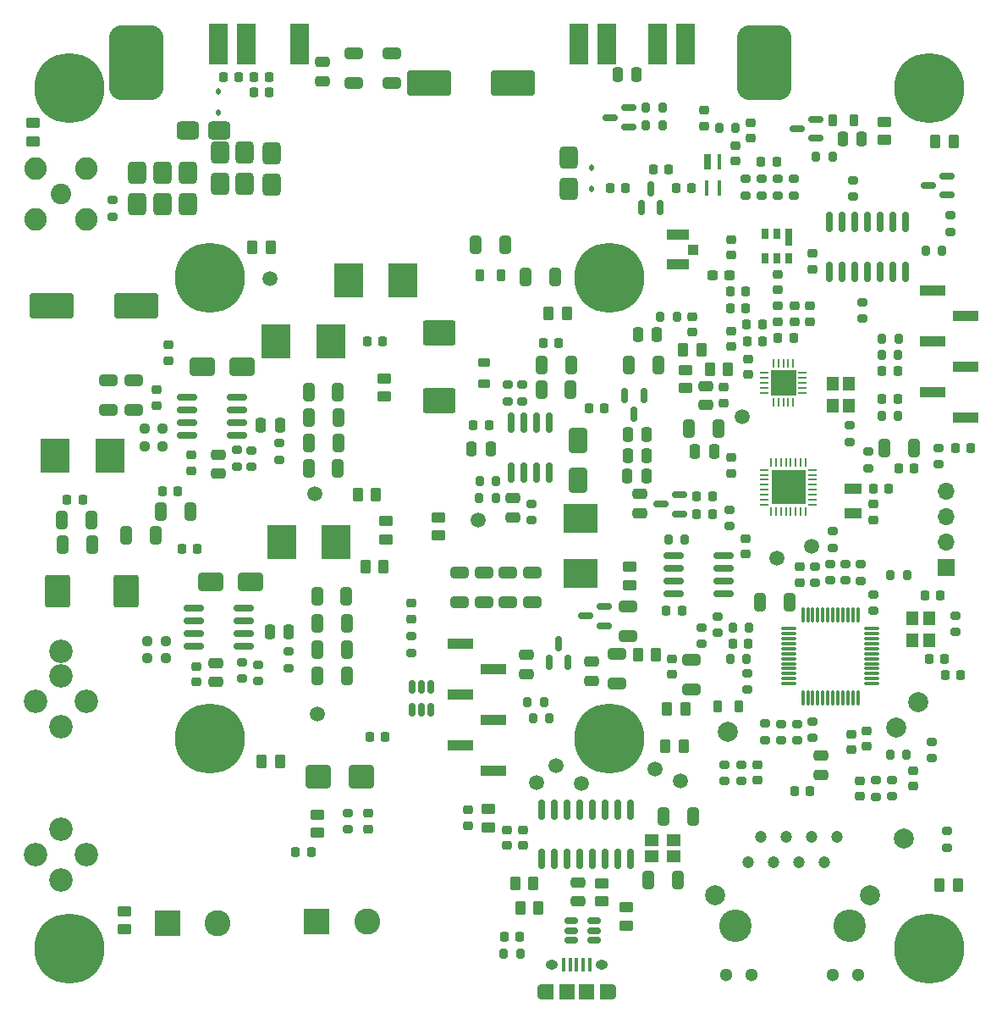
<source format=gts>
G04 #@! TF.GenerationSoftware,KiCad,Pcbnew,7.0.6-7.0.6~ubuntu22.04.1*
G04 #@! TF.CreationDate,2023-07-26T21:33:09+03:00*
G04 #@! TF.ProjectId,TACNPR,5441434e-5052-42e6-9b69-6361645f7063,rev?*
G04 #@! TF.SameCoordinates,Original*
G04 #@! TF.FileFunction,Soldermask,Top*
G04 #@! TF.FilePolarity,Negative*
%FSLAX46Y46*%
G04 Gerber Fmt 4.6, Leading zero omitted, Abs format (unit mm)*
G04 Created by KiCad (PCBNEW 7.0.6-7.0.6~ubuntu22.04.1) date 2023-07-26 21:33:09*
%MOMM*%
%LPD*%
G01*
G04 APERTURE LIST*
G04 Aperture macros list*
%AMRoundRect*
0 Rectangle with rounded corners*
0 $1 Rounding radius*
0 $2 $3 $4 $5 $6 $7 $8 $9 X,Y pos of 4 corners*
0 Add a 4 corners polygon primitive as box body*
4,1,4,$2,$3,$4,$5,$6,$7,$8,$9,$2,$3,0*
0 Add four circle primitives for the rounded corners*
1,1,$1+$1,$2,$3*
1,1,$1+$1,$4,$5*
1,1,$1+$1,$6,$7*
1,1,$1+$1,$8,$9*
0 Add four rect primitives between the rounded corners*
20,1,$1+$1,$2,$3,$4,$5,0*
20,1,$1+$1,$4,$5,$6,$7,0*
20,1,$1+$1,$6,$7,$8,$9,0*
20,1,$1+$1,$8,$9,$2,$3,0*%
%AMFreePoly0*
4,1,5,0.900000,-2.000000,-0.900000,-2.000000,-0.900000,2.000000,0.900000,2.000000,0.900000,-2.000000,0.900000,-2.000000,$1*%
G04 Aperture macros list end*
%ADD10RoundRect,0.225000X-0.225000X-0.250000X0.225000X-0.250000X0.225000X0.250000X-0.225000X0.250000X0*%
%ADD11RoundRect,0.200000X0.275000X-0.200000X0.275000X0.200000X-0.275000X0.200000X-0.275000X-0.200000X0*%
%ADD12RoundRect,0.150000X0.825000X0.150000X-0.825000X0.150000X-0.825000X-0.150000X0.825000X-0.150000X0*%
%ADD13RoundRect,0.225000X0.250000X-0.225000X0.250000X0.225000X-0.250000X0.225000X-0.250000X-0.225000X0*%
%ADD14C,1.500000*%
%ADD15R,2.950000X3.500000*%
%ADD16RoundRect,0.250000X-0.325000X-0.650000X0.325000X-0.650000X0.325000X0.650000X-0.325000X0.650000X0*%
%ADD17RoundRect,0.250000X0.650000X-0.325000X0.650000X0.325000X-0.650000X0.325000X-0.650000X-0.325000X0*%
%ADD18RoundRect,0.225000X-0.250000X0.225000X-0.250000X-0.225000X0.250000X-0.225000X0.250000X0.225000X0*%
%ADD19RoundRect,0.250000X-0.475000X0.250000X-0.475000X-0.250000X0.475000X-0.250000X0.475000X0.250000X0*%
%ADD20RoundRect,0.250000X1.000000X0.650000X-1.000000X0.650000X-1.000000X-0.650000X1.000000X-0.650000X0*%
%ADD21RoundRect,0.237500X0.250000X0.237500X-0.250000X0.237500X-0.250000X-0.237500X0.250000X-0.237500X0*%
%ADD22RoundRect,0.200000X-0.275000X0.200000X-0.275000X-0.200000X0.275000X-0.200000X0.275000X0.200000X0*%
%ADD23RoundRect,0.150000X-0.825000X-0.150000X0.825000X-0.150000X0.825000X0.150000X-0.825000X0.150000X0*%
%ADD24RoundRect,0.250000X0.325000X0.650000X-0.325000X0.650000X-0.325000X-0.650000X0.325000X-0.650000X0*%
%ADD25C,3.900000*%
%ADD26C,7.000000*%
%ADD27RoundRect,0.250000X0.250000X0.475000X-0.250000X0.475000X-0.250000X-0.475000X0.250000X-0.475000X0*%
%ADD28RoundRect,0.225000X0.225000X0.250000X-0.225000X0.250000X-0.225000X-0.250000X0.225000X-0.250000X0*%
%ADD29R,3.500000X2.950000*%
%ADD30RoundRect,0.150000X-0.150000X0.825000X-0.150000X-0.825000X0.150000X-0.825000X0.150000X0.825000X0*%
%ADD31RoundRect,0.200000X0.200000X0.275000X-0.200000X0.275000X-0.200000X-0.275000X0.200000X-0.275000X0*%
%ADD32RoundRect,0.200000X-0.200000X-0.275000X0.200000X-0.275000X0.200000X0.275000X-0.200000X0.275000X0*%
%ADD33RoundRect,0.237500X-0.250000X-0.237500X0.250000X-0.237500X0.250000X0.237500X-0.250000X0.237500X0*%
%ADD34RoundRect,0.250000X0.450000X-0.262500X0.450000X0.262500X-0.450000X0.262500X-0.450000X-0.262500X0*%
%ADD35RoundRect,0.150000X0.150000X-0.512500X0.150000X0.512500X-0.150000X0.512500X-0.150000X-0.512500X0*%
%ADD36RoundRect,0.250000X-1.950000X-1.000000X1.950000X-1.000000X1.950000X1.000000X-1.950000X1.000000X0*%
%ADD37RoundRect,0.250000X-0.250000X-0.475000X0.250000X-0.475000X0.250000X0.475000X-0.250000X0.475000X0*%
%ADD38RoundRect,0.250000X-0.650000X0.325000X-0.650000X-0.325000X0.650000X-0.325000X0.650000X0.325000X0*%
%ADD39RoundRect,0.250000X0.650000X-1.000000X0.650000X1.000000X-0.650000X1.000000X-0.650000X-1.000000X0*%
%ADD40RoundRect,0.250000X0.262500X0.450000X-0.262500X0.450000X-0.262500X-0.450000X0.262500X-0.450000X0*%
%ADD41RoundRect,0.250000X-0.450000X0.262500X-0.450000X-0.262500X0.450000X-0.262500X0.450000X0.262500X0*%
%ADD42RoundRect,0.218750X-0.256250X0.218750X-0.256250X-0.218750X0.256250X-0.218750X0.256250X0.218750X0*%
%ADD43RoundRect,0.218750X0.256250X-0.218750X0.256250X0.218750X-0.256250X0.218750X-0.256250X-0.218750X0*%
%ADD44C,2.050000*%
%ADD45C,2.250000*%
%ADD46RoundRect,0.250000X0.475000X-0.250000X0.475000X0.250000X-0.475000X0.250000X-0.475000X-0.250000X0*%
%ADD47RoundRect,0.150000X0.587500X0.150000X-0.587500X0.150000X-0.587500X-0.150000X0.587500X-0.150000X0*%
%ADD48RoundRect,0.062500X-0.062500X0.362500X-0.062500X-0.362500X0.062500X-0.362500X0.062500X0.362500X0*%
%ADD49RoundRect,0.062500X-0.362500X0.062500X-0.362500X-0.062500X0.362500X-0.062500X0.362500X0.062500X0*%
%ADD50R,2.600000X2.600000*%
%ADD51FreePoly0,0.000000*%
%ADD52RoundRect,1.375000X-1.375000X-2.375000X1.375000X-2.375000X1.375000X2.375000X-1.375000X2.375000X0*%
%ADD53R,1.400000X1.150000*%
%ADD54RoundRect,0.150000X0.512500X0.150000X-0.512500X0.150000X-0.512500X-0.150000X0.512500X-0.150000X0*%
%ADD55RoundRect,0.150000X0.150000X-0.825000X0.150000X0.825000X-0.150000X0.825000X-0.150000X-0.825000X0*%
%ADD56R,1.700000X1.700000*%
%ADD57O,1.700000X1.700000*%
%ADD58RoundRect,0.218750X0.218750X0.256250X-0.218750X0.256250X-0.218750X-0.256250X0.218750X-0.256250X0*%
%ADD59RoundRect,0.250000X-0.262500X-0.450000X0.262500X-0.450000X0.262500X0.450000X-0.262500X0.450000X0*%
%ADD60RoundRect,0.218750X0.381250X-0.218750X0.381250X0.218750X-0.381250X0.218750X-0.381250X-0.218750X0*%
%ADD61RoundRect,0.340200X-0.559800X0.759800X-0.559800X-0.759800X0.559800X-0.759800X0.559800X0.759800X0*%
%ADD62RoundRect,0.112500X0.112500X-0.187500X0.112500X0.187500X-0.112500X0.187500X-0.112500X-0.187500X0*%
%ADD63RoundRect,0.218750X-0.218750X-0.256250X0.218750X-0.256250X0.218750X0.256250X-0.218750X0.256250X0*%
%ADD64RoundRect,0.150000X0.150000X-0.587500X0.150000X0.587500X-0.150000X0.587500X-0.150000X-0.587500X0*%
%ADD65C,2.600000*%
%ADD66R,2.510000X1.000000*%
%ADD67R,0.400000X1.500000*%
%ADD68R,0.770000X1.500000*%
%ADD69RoundRect,0.112500X-0.112500X0.187500X-0.112500X-0.187500X0.112500X-0.187500X0.112500X0.187500X0*%
%ADD70RoundRect,0.218750X-0.218750X-0.381250X0.218750X-0.381250X0.218750X0.381250X-0.218750X0.381250X0*%
%ADD71RoundRect,0.150000X-0.150000X0.587500X-0.150000X-0.587500X0.150000X-0.587500X0.150000X0.587500X0*%
%ADD72RoundRect,0.237500X0.300000X0.237500X-0.300000X0.237500X-0.300000X-0.237500X0.300000X-0.237500X0*%
%ADD73R,1.150000X1.400000*%
%ADD74R,0.650000X1.750000*%
%ADD75R,0.650000X1.000000*%
%ADD76RoundRect,0.218750X0.218750X0.381250X-0.218750X0.381250X-0.218750X-0.381250X0.218750X-0.381250X0*%
%ADD77RoundRect,0.250000X1.000000X-1.400000X1.000000X1.400000X-1.000000X1.400000X-1.000000X-1.400000X0*%
%ADD78RoundRect,0.250000X1.400000X1.000000X-1.400000X1.000000X-1.400000X-1.000000X1.400000X-1.000000X0*%
%ADD79RoundRect,0.340200X-0.759800X-0.559800X0.759800X-0.559800X0.759800X0.559800X-0.759800X0.559800X0*%
%ADD80RoundRect,0.340200X0.559800X-0.759800X0.559800X0.759800X-0.559800X0.759800X-0.559800X-0.759800X0*%
%ADD81R,1.050000X1.000000*%
%ADD82R,2.200000X1.050000*%
%ADD83C,2.350000*%
%ADD84R,0.400000X1.350000*%
%ADD85O,0.890000X1.550000*%
%ADD86R,1.200000X1.550000*%
%ADD87O,1.250000X0.950000*%
%ADD88R,1.500000X1.550000*%
%ADD89RoundRect,0.250000X-1.000000X-0.900000X1.000000X-0.900000X1.000000X0.900000X-1.000000X0.900000X0*%
%ADD90C,2.000000*%
%ADD91C,3.250000*%
%ADD92C,1.200000*%
%ADD93C,1.300000*%
%ADD94R,1.800000X1.000000*%
%ADD95RoundRect,0.062500X0.375000X0.062500X-0.375000X0.062500X-0.375000X-0.062500X0.375000X-0.062500X0*%
%ADD96RoundRect,0.062500X0.062500X0.375000X-0.062500X0.375000X-0.062500X-0.375000X0.062500X-0.375000X0*%
%ADD97R,3.450000X3.450000*%
%ADD98RoundRect,0.075000X-0.662500X-0.075000X0.662500X-0.075000X0.662500X0.075000X-0.662500X0.075000X0*%
%ADD99RoundRect,0.075000X-0.075000X-0.662500X0.075000X-0.662500X0.075000X0.662500X-0.075000X0.662500X0*%
%ADD100R,1.200000X1.400000*%
G04 APERTURE END LIST*
D10*
X155562000Y-95758000D03*
X157112000Y-95758000D03*
D11*
X172182000Y-89501000D03*
X172182000Y-87851000D03*
D12*
X161275800Y-94132400D03*
X161275800Y-92862400D03*
X161275800Y-91592400D03*
X161275800Y-90322400D03*
X156325800Y-90322400D03*
X156325800Y-91592400D03*
X156325800Y-92862400D03*
X156325800Y-94132400D03*
D13*
X162052000Y-82042000D03*
X162052000Y-80492000D03*
D14*
X166582000Y-90576000D03*
D15*
X94430000Y-80264000D03*
X99880000Y-80264000D03*
D16*
X95172000Y-89154000D03*
X98122000Y-89154000D03*
D17*
X99745800Y-75681100D03*
X99745800Y-72731100D03*
D13*
X104521000Y-75260500D03*
X104521000Y-73710500D03*
D18*
X108066840Y-80240840D03*
X108066840Y-81790840D03*
D19*
X110744000Y-80167440D03*
X110744000Y-82067440D03*
D16*
X143038300Y-73682860D03*
X145988300Y-73682860D03*
D20*
X113107220Y-71368920D03*
X109107220Y-71368920D03*
D21*
X105184580Y-79375000D03*
X103359580Y-79375000D03*
D22*
X116840000Y-79058000D03*
X116840000Y-80708000D03*
X112593120Y-79738720D03*
X112593120Y-81388720D03*
D23*
X107608600Y-74409300D03*
X107608600Y-75679300D03*
X107608600Y-76949300D03*
X107608600Y-78219300D03*
X112558600Y-78219300D03*
X112558600Y-76949300D03*
X112558600Y-75679300D03*
X112558600Y-74409300D03*
D15*
X116520380Y-68834000D03*
X121970380Y-68834000D03*
D24*
X122732060Y-78999080D03*
X119782060Y-78999080D03*
X122729520Y-76464160D03*
X119779520Y-76464160D03*
X122706660Y-81551780D03*
X119756660Y-81551780D03*
X122714280Y-73914000D03*
X119764280Y-73914000D03*
D25*
X95864000Y-43540000D03*
D26*
X95864000Y-43540000D03*
D25*
X95864000Y-129540000D03*
D26*
X95864000Y-129540000D03*
D25*
X109864000Y-108540000D03*
D26*
X109864000Y-108540000D03*
D19*
X140223240Y-84541320D03*
X140223240Y-86441320D03*
D27*
X137983000Y-79644240D03*
X136083000Y-79644240D03*
D11*
X141157960Y-74860920D03*
X141157960Y-73210920D03*
D28*
X137813080Y-77282040D03*
X136263080Y-77282040D03*
D22*
X139684760Y-73216000D03*
X139684760Y-74866000D03*
D29*
X146964400Y-86581400D03*
X146964400Y-92031400D03*
D10*
X143227760Y-69016880D03*
X144777760Y-69016880D03*
D30*
X143832580Y-77004140D03*
X142562580Y-77004140D03*
X141292580Y-77004140D03*
X140022580Y-77004140D03*
X140022580Y-81954140D03*
X141292580Y-81954140D03*
X142562580Y-81954140D03*
X143832580Y-81954140D03*
D16*
X143066240Y-71231760D03*
X146016240Y-71231760D03*
D31*
X138508240Y-82839560D03*
X136858240Y-82839560D03*
D32*
X136840460Y-84488020D03*
X138490460Y-84488020D03*
D25*
X149864000Y-62540000D03*
D26*
X149864000Y-62540000D03*
D25*
X181864000Y-129540000D03*
D26*
X181864000Y-129540000D03*
D17*
X102247700Y-75681100D03*
X102247700Y-72731100D03*
D33*
X103329100Y-77609700D03*
X105154100Y-77609700D03*
D34*
X120650000Y-118006500D03*
X120650000Y-116181500D03*
D32*
X141669000Y-104952800D03*
X143319000Y-104952800D03*
D35*
X130114000Y-105683900D03*
X131064000Y-105683900D03*
X132014000Y-105683900D03*
X132014000Y-103408900D03*
X131064000Y-103408900D03*
X130114000Y-103408900D03*
D36*
X94098000Y-65278000D03*
X102498000Y-65278000D03*
D25*
X109864000Y-62540000D03*
D26*
X109864000Y-62540000D03*
D25*
X149864000Y-108540000D03*
D26*
X149864000Y-108540000D03*
D22*
X130048000Y-98362000D03*
X130048000Y-100012000D03*
X113111280Y-100927400D03*
X113111280Y-102577400D03*
D11*
X114757200Y-102831400D03*
X114757200Y-101181400D03*
D10*
X105143000Y-83820000D03*
X106693000Y-83820000D03*
D18*
X108574840Y-101333000D03*
X108574840Y-102883000D03*
D28*
X108636100Y-89608660D03*
X107086100Y-89608660D03*
D24*
X123552480Y-94335600D03*
X120602480Y-94335600D03*
D37*
X115864600Y-97891600D03*
X117764600Y-97891600D03*
D19*
X110490000Y-101031000D03*
X110490000Y-102931000D03*
D24*
X123587300Y-99689920D03*
X120637300Y-99689920D03*
X123585500Y-102306120D03*
X120635500Y-102306120D03*
X104472000Y-88265000D03*
X101522000Y-88265000D03*
D16*
X104951000Y-85852000D03*
X107901000Y-85852000D03*
D24*
X123570260Y-97017840D03*
X120620260Y-97017840D03*
D20*
X113937800Y-92925900D03*
X109937800Y-92925900D03*
D33*
X103636440Y-98806000D03*
X105461440Y-98806000D03*
D22*
X117805200Y-99860600D03*
X117805200Y-101510600D03*
D15*
X117094000Y-88900000D03*
X122544000Y-88900000D03*
D23*
X108307100Y-95542100D03*
X108307100Y-96812100D03*
X108307100Y-98082100D03*
X108307100Y-99352100D03*
X113257100Y-99352100D03*
X113257100Y-98082100D03*
X113257100Y-96812100D03*
X113257100Y-95542100D03*
D21*
X105448740Y-100545900D03*
X103623740Y-100545900D03*
D28*
X160147600Y-86143800D03*
X158597600Y-86143800D03*
D11*
X142036800Y-86727800D03*
X142036800Y-85077800D03*
D34*
X127533400Y-88669500D03*
X127533400Y-86844500D03*
D38*
X134874000Y-91994460D03*
X134874000Y-94944460D03*
X137287000Y-91997000D03*
X137287000Y-94947000D03*
X142113000Y-91997000D03*
X142113000Y-94947000D03*
D37*
X115001000Y-77216000D03*
X116901000Y-77216000D03*
D28*
X149365000Y-75590400D03*
X147815000Y-75590400D03*
D10*
X125907500Y-108394500D03*
X127457500Y-108394500D03*
D17*
X124307600Y-43029400D03*
X124307600Y-40079400D03*
D39*
X146705320Y-82759300D03*
X146705320Y-78759300D03*
D38*
X139700000Y-92002080D03*
X139700000Y-94952080D03*
D11*
X114071400Y-81424280D03*
X114071400Y-79774280D03*
D16*
X95108500Y-86741000D03*
X98058500Y-86741000D03*
D40*
X126525660Y-84165440D03*
X124700660Y-84165440D03*
X127252100Y-91363800D03*
X125427100Y-91363800D03*
D41*
X132715000Y-86463500D03*
X132715000Y-88288500D03*
D42*
X130048000Y-95034000D03*
X130048000Y-96609000D03*
D43*
X125730000Y-117627500D03*
X125730000Y-116052500D03*
D18*
X162026600Y-67843100D03*
X162026600Y-69393100D03*
D44*
X94996000Y-54102000D03*
D45*
X92456000Y-56642000D03*
X97536000Y-56642000D03*
X92456000Y-51562000D03*
X97536000Y-51562000D03*
D46*
X159542480Y-75245000D03*
X159542480Y-73345000D03*
D22*
X123698000Y-116015000D03*
X123698000Y-117665000D03*
D37*
X150688000Y-42164000D03*
X152588000Y-42164000D03*
D15*
X129217000Y-62738000D03*
X123767000Y-62738000D03*
D19*
X148107000Y-100876000D03*
X148107000Y-102776000D03*
D38*
X151739600Y-95349800D03*
X151739600Y-98299800D03*
D37*
X158409600Y-79857600D03*
X160309600Y-79857600D03*
D16*
X157835600Y-77622400D03*
X160785600Y-77622400D03*
D47*
X149375100Y-97266800D03*
X149375100Y-95366800D03*
X147500100Y-96316800D03*
D48*
X168259000Y-71100000D03*
X167759000Y-71100000D03*
X167259000Y-71100000D03*
X166759000Y-71100000D03*
X166259000Y-71100000D03*
D49*
X165334000Y-72025000D03*
X165334000Y-72525000D03*
X165334000Y-73025000D03*
X165334000Y-73525000D03*
X165334000Y-74025000D03*
D48*
X166259000Y-74950000D03*
X166759000Y-74950000D03*
X167259000Y-74950000D03*
X167759000Y-74950000D03*
X168259000Y-74950000D03*
D49*
X169184000Y-74025000D03*
X169184000Y-73525000D03*
X169184000Y-73025000D03*
X169184000Y-72525000D03*
X169184000Y-72025000D03*
D50*
X167259000Y-73025000D03*
D13*
X161290000Y-75014120D03*
X161290000Y-73464120D03*
D51*
X110744000Y-39141400D03*
X113538000Y-39141400D03*
X118872000Y-39141400D03*
X146812000Y-39141400D03*
X149606000Y-39141400D03*
X154686000Y-39141400D03*
X157480000Y-39141400D03*
D52*
X102489000Y-41046400D03*
X165354000Y-41046400D03*
D13*
X141224000Y-119240600D03*
X141224000Y-117690600D03*
X139573000Y-119240600D03*
X139573000Y-117690600D03*
D19*
X141579600Y-100192800D03*
X141579600Y-102092800D03*
D32*
X142227800Y-106578400D03*
X143877800Y-106578400D03*
D38*
X150582000Y-100121000D03*
X150582000Y-103071000D03*
D53*
X156294000Y-118707000D03*
X154094000Y-118707000D03*
X154094000Y-120307000D03*
X156294000Y-120307000D03*
D54*
X148330500Y-128712000D03*
X148330500Y-127762000D03*
X148330500Y-126812000D03*
X146055500Y-126812000D03*
X146055500Y-127762000D03*
X146055500Y-128712000D03*
D16*
X153719000Y-122682000D03*
X156669000Y-122682000D03*
D55*
X143078200Y-120610400D03*
X144348200Y-120610400D03*
X145618200Y-120610400D03*
X146888200Y-120610400D03*
X148158200Y-120610400D03*
X149428200Y-120610400D03*
X150698200Y-120610400D03*
X151968200Y-120610400D03*
X151968200Y-115660400D03*
X150698200Y-115660400D03*
X149428200Y-115660400D03*
X148158200Y-115660400D03*
X146888200Y-115660400D03*
X145618200Y-115660400D03*
X144348200Y-115660400D03*
X143078200Y-115660400D03*
D41*
X151511000Y-125452500D03*
X151511000Y-127277500D03*
D56*
X183591200Y-91490800D03*
D57*
X183591200Y-88950800D03*
X183591200Y-86410800D03*
X183591200Y-83870800D03*
D13*
X135686800Y-117259400D03*
X135686800Y-115709400D03*
D58*
X140919200Y-128371600D03*
X139344200Y-128371600D03*
D32*
X139281400Y-130048000D03*
X140931400Y-130048000D03*
D14*
X142595600Y-112979200D03*
D46*
X146761200Y-124825800D03*
X146761200Y-122925800D03*
D14*
X147066000Y-113030000D03*
X144526000Y-111252000D03*
D59*
X140438500Y-123063000D03*
X142263500Y-123063000D03*
X140946500Y-125476000D03*
X142771500Y-125476000D03*
D16*
X155243000Y-116332000D03*
X158193000Y-116332000D03*
D41*
X149098000Y-123039500D03*
X149098000Y-124864500D03*
D14*
X163132000Y-76401000D03*
D60*
X137287000Y-73071500D03*
X137287000Y-70946500D03*
D28*
X127201000Y-68834000D03*
X125651000Y-68834000D03*
D36*
X131791600Y-43078400D03*
X140191600Y-43078400D03*
D61*
X102616000Y-52031500D03*
X102616000Y-55156500D03*
D14*
X120357000Y-84076000D03*
D10*
X95618000Y-84709000D03*
X97168000Y-84709000D03*
D18*
X105740200Y-69227400D03*
X105740200Y-70777400D03*
D31*
X157416000Y-88646000D03*
X155766000Y-88646000D03*
D62*
X110744000Y-46008000D03*
X110744000Y-43908000D03*
D58*
X112801500Y-42418000D03*
X111226500Y-42418000D03*
D41*
X151917400Y-91391100D03*
X151917400Y-93216100D03*
D14*
X115887500Y-62611000D03*
D63*
X177127200Y-74625200D03*
X178702200Y-74625200D03*
D43*
X163525200Y-90144700D03*
X163525200Y-88569700D03*
D11*
X161899600Y-87337400D03*
X161899600Y-85687400D03*
D64*
X143830000Y-100962700D03*
X145730000Y-100962700D03*
X144780000Y-99087700D03*
D58*
X178714600Y-71787050D03*
X177139600Y-71787050D03*
D32*
X177102100Y-70212250D03*
X178752100Y-70212250D03*
D18*
X163776660Y-70621860D03*
X163776660Y-72171860D03*
D47*
X183614300Y-54239200D03*
X183614300Y-52339200D03*
X181739300Y-53289200D03*
X170482500Y-48575000D03*
X170482500Y-46675000D03*
X168607500Y-47625000D03*
D32*
X153505400Y-47244000D03*
X155155400Y-47244000D03*
D22*
X183946800Y-56286400D03*
X183946800Y-57936400D03*
D13*
X163982400Y-48527000D03*
X163982400Y-46977000D03*
D28*
X120028000Y-119888000D03*
X118478000Y-119888000D03*
D50*
X105664000Y-127050800D03*
D65*
X110664000Y-127050800D03*
D50*
X120599200Y-126898400D03*
D65*
X125599200Y-126898400D03*
D66*
X138277600Y-111760000D03*
X134967600Y-109220000D03*
X138277600Y-106680000D03*
X134967600Y-104140000D03*
X138277600Y-101600000D03*
X134967600Y-99060000D03*
D42*
X162458400Y-49275900D03*
X162458400Y-50850900D03*
D13*
X170180000Y-61633400D03*
X170180000Y-60083400D03*
D55*
X171894500Y-61898300D03*
X173164500Y-61898300D03*
X174434500Y-61898300D03*
X175704500Y-61898300D03*
X176974500Y-61898300D03*
X178244500Y-61898300D03*
X179514500Y-61898300D03*
X179514500Y-56948300D03*
X178244500Y-56948300D03*
X176974500Y-56948300D03*
X175704500Y-56948300D03*
X174434500Y-56948300D03*
X173164500Y-56948300D03*
X171894500Y-56948300D03*
D25*
X181864000Y-43540000D03*
D26*
X181864000Y-43540000D03*
D61*
X145796000Y-50520200D03*
X145796000Y-53645200D03*
D10*
X149910500Y-53530500D03*
X151460500Y-53530500D03*
X156514500Y-53530500D03*
X158064500Y-53530500D03*
D22*
X100126800Y-54750200D03*
X100126800Y-56400200D03*
D67*
X160875500Y-50870500D03*
D68*
X159670500Y-50870500D03*
D67*
X159575500Y-53530500D03*
X160875500Y-53530500D03*
D69*
X148082000Y-51528000D03*
X148082000Y-53628000D03*
D47*
X151813500Y-47432000D03*
X151813500Y-45532000D03*
X149938500Y-46482000D03*
D16*
X141476200Y-62433200D03*
X144426200Y-62433200D03*
D24*
X139397000Y-59182000D03*
X136447000Y-59182000D03*
D70*
X136859500Y-62230000D03*
X138984500Y-62230000D03*
D32*
X153505400Y-45466000D03*
X155155400Y-45466000D03*
D22*
X174244000Y-52769000D03*
X174244000Y-54419000D03*
D47*
X156855400Y-86090800D03*
X156855400Y-84190800D03*
X154980400Y-85140800D03*
D37*
X151691300Y-80264000D03*
X153591300Y-80264000D03*
X152732700Y-68199000D03*
X154632700Y-68199000D03*
D16*
X151777700Y-71247000D03*
X154727700Y-71247000D03*
D71*
X153299200Y-74246500D03*
X151399200Y-74246500D03*
X152349200Y-76121500D03*
D37*
X151643000Y-82296000D03*
X153543000Y-82296000D03*
X151701500Y-78206600D03*
X153601500Y-78206600D03*
D43*
X158191200Y-67945100D03*
X158191200Y-66370100D03*
D31*
X156603200Y-66395600D03*
X154953200Y-66395600D03*
D40*
X161745300Y-71628000D03*
X159920300Y-71628000D03*
D72*
X161898500Y-62230000D03*
X160173500Y-62230000D03*
D18*
X166738300Y-62153500D03*
X166738300Y-63703500D03*
D13*
X166738300Y-66891200D03*
X166738300Y-65341200D03*
D42*
X168363900Y-65333780D03*
X168363900Y-66908780D03*
D63*
X166722960Y-68483480D03*
X168297960Y-68483480D03*
D40*
X159060520Y-69723000D03*
X157235520Y-69723000D03*
D58*
X165189000Y-68846700D03*
X163614000Y-68846700D03*
D13*
X162052000Y-60211000D03*
X162052000Y-58661000D03*
D34*
X137718800Y-117447700D03*
X137718800Y-115622700D03*
D32*
X170523400Y-50444400D03*
X172173400Y-50444400D03*
D73*
X172174000Y-73118800D03*
X172174000Y-75318800D03*
X173774000Y-75318800D03*
X173774000Y-73118800D03*
D22*
X165061900Y-52641500D03*
X165061900Y-54291500D03*
D11*
X168313100Y-54266600D03*
X168313100Y-52616600D03*
D64*
X153037500Y-55468000D03*
X154937500Y-55468000D03*
X153987500Y-53593000D03*
D74*
X167824000Y-58459000D03*
D75*
X166624000Y-58084000D03*
X165424000Y-58084000D03*
X165424000Y-60534000D03*
X166624000Y-60534000D03*
X167824000Y-60534000D03*
D22*
X166674800Y-52616600D03*
X166674800Y-54266600D03*
D28*
X160147600Y-84365800D03*
X158597600Y-84365800D03*
D34*
X92202000Y-48867700D03*
X92202000Y-47042700D03*
D40*
X184300500Y-48895000D03*
X182475500Y-48895000D03*
D59*
X143764000Y-66040000D03*
X145589000Y-66040000D03*
D41*
X101346000Y-125833500D03*
X101346000Y-127658500D03*
D40*
X116894500Y-110851000D03*
X115069500Y-110851000D03*
X184694500Y-123176000D03*
X182869500Y-123176000D03*
D34*
X157480000Y-73556500D03*
X157480000Y-71731500D03*
D61*
X105156000Y-51993000D03*
X105156000Y-55118000D03*
D63*
X154228600Y-51714400D03*
X155803600Y-51714400D03*
D27*
X175092400Y-48666400D03*
X173192400Y-48666400D03*
D76*
X174290500Y-46736000D03*
X172165500Y-46736000D03*
D77*
X94673000Y-93853000D03*
X101473000Y-93853000D03*
D78*
X132842000Y-74774000D03*
X132842000Y-67974000D03*
D40*
X157264500Y-109346000D03*
X155439500Y-109346000D03*
X115974500Y-59436000D03*
X114149500Y-59436000D03*
D14*
X120632000Y-106101000D03*
X136702800Y-86766400D03*
X154432000Y-111620300D03*
X156972000Y-112776000D03*
D61*
X107696000Y-51993000D03*
X107696000Y-55118000D03*
D46*
X121158000Y-42860000D03*
X121158000Y-40960000D03*
D58*
X115849500Y-42418000D03*
X114274500Y-42418000D03*
D10*
X114287000Y-43942000D03*
X115837000Y-43942000D03*
D11*
X175133000Y-66611000D03*
X175133000Y-64961000D03*
D34*
X177342800Y-48715300D03*
X177342800Y-46890300D03*
D79*
X107696000Y-47752000D03*
X110821000Y-47752000D03*
D17*
X128117600Y-43029400D03*
X128117600Y-40079400D03*
D61*
X113347500Y-49999500D03*
X113347500Y-53124500D03*
D80*
X110871000Y-53124500D03*
X110871000Y-49999500D03*
D18*
X169938700Y-65328500D03*
X169938700Y-66878500D03*
D63*
X163565840Y-67157600D03*
X165140840Y-67157600D03*
D28*
X163525800Y-65565020D03*
X161975800Y-65565020D03*
D63*
X161950400Y-63906400D03*
X163525400Y-63906400D03*
D28*
X166598600Y-50914300D03*
X165048600Y-50914300D03*
D22*
X163474400Y-52642000D03*
X163474400Y-54292000D03*
D81*
X158217600Y-59688200D03*
D82*
X156692600Y-61163200D03*
X156692600Y-58213200D03*
D83*
X94996000Y-122682000D03*
X92456000Y-120142000D03*
X97536000Y-120142000D03*
X94996000Y-117602000D03*
X94996000Y-107362000D03*
X92456000Y-104822000D03*
X97536000Y-104822000D03*
X94996000Y-102282000D03*
X94996000Y-99822000D03*
D84*
X145283400Y-131188000D03*
X145933400Y-131188000D03*
X146583400Y-131188000D03*
X147233400Y-131188000D03*
X147883400Y-131188000D03*
D85*
X143083400Y-133888000D03*
D86*
X143683400Y-133888000D03*
D87*
X144083400Y-131188000D03*
D88*
X145583400Y-133888000D03*
X147583400Y-133888000D03*
D87*
X149083400Y-131188000D03*
D86*
X149483400Y-133888000D03*
D85*
X150083400Y-133888000D03*
D61*
X116078000Y-50038000D03*
X116078000Y-53163000D03*
D89*
X120713500Y-112395000D03*
X125013500Y-112395000D03*
D41*
X127355600Y-72544300D03*
X127355600Y-74369300D03*
D28*
X182943800Y-94234000D03*
X181393800Y-94234000D03*
D10*
X181851000Y-100584000D03*
X183401000Y-100584000D03*
D18*
X174052000Y-108141000D03*
X174052000Y-109691000D03*
X156082000Y-100621000D03*
X156082000Y-102171000D03*
X175582000Y-107801000D03*
X175582000Y-109351000D03*
D19*
X171020500Y-110302000D03*
X171020500Y-112202000D03*
D38*
X158082000Y-100726000D03*
X158082000Y-103676000D03*
D16*
X164945800Y-94945200D03*
X167895800Y-94945200D03*
D18*
X174882000Y-112801000D03*
X174882000Y-114351000D03*
D13*
X164682000Y-112751000D03*
X164682000Y-111201000D03*
D28*
X169939000Y-113792000D03*
X168389000Y-113792000D03*
D22*
X184482000Y-96251000D03*
X184482000Y-97901000D03*
D11*
X176276000Y-95821000D03*
X176276000Y-94171000D03*
X175006000Y-92798500D03*
X175006000Y-91148500D03*
D22*
X170434000Y-91377000D03*
X170434000Y-93027000D03*
X171958000Y-91123000D03*
X171958000Y-92773000D03*
X173482000Y-91123000D03*
X173482000Y-92773000D03*
X163626800Y-102045000D03*
X163626800Y-103695000D03*
D11*
X165455600Y-108724200D03*
X165455600Y-107074200D03*
D32*
X162197000Y-97486000D03*
X163847000Y-97486000D03*
X161957000Y-100576000D03*
X163607000Y-100576000D03*
D31*
X179607000Y-110176000D03*
X177957000Y-110176000D03*
D22*
X168656000Y-107125000D03*
X168656000Y-108775000D03*
X163068000Y-111189000D03*
X163068000Y-112839000D03*
X160662000Y-96361000D03*
X160662000Y-98011000D03*
X176482000Y-112751000D03*
X176482000Y-114401000D03*
X170180000Y-106871000D03*
X170180000Y-108521000D03*
X183642000Y-117818500D03*
X183642000Y-119468500D03*
X182118000Y-108903000D03*
X182118000Y-110553000D03*
D90*
X180797200Y-104952800D03*
X178562000Y-107442000D03*
D32*
X177965500Y-92202000D03*
X179615500Y-92202000D03*
D91*
X173863000Y-127254000D03*
X162433000Y-127254000D03*
D92*
X163703000Y-120904000D03*
X164973000Y-118364000D03*
X166243000Y-120904000D03*
X167513000Y-118364000D03*
X168783000Y-120904000D03*
X170053000Y-118364000D03*
X171323000Y-120904000D03*
X172593000Y-118364000D03*
D93*
X161523000Y-132154000D03*
X164063000Y-132154000D03*
X172233000Y-132154000D03*
X174773000Y-132154000D03*
D90*
X160403000Y-124204000D03*
X175893000Y-124204000D03*
D18*
X168882000Y-91401000D03*
X168882000Y-92951000D03*
D94*
X174244000Y-86086000D03*
X174244000Y-83586000D03*
D13*
X176276000Y-86701000D03*
X176276000Y-85151000D03*
D10*
X176263000Y-83566000D03*
X177813000Y-83566000D03*
D28*
X185991800Y-79552800D03*
X184441800Y-79552800D03*
D11*
X175768000Y-81534000D03*
X175768000Y-79884000D03*
X173939200Y-78904600D03*
X173939200Y-77254600D03*
X182829200Y-81139800D03*
X182829200Y-79489800D03*
D31*
X178765200Y-76301600D03*
X177115200Y-76301600D03*
D16*
X177391800Y-79552800D03*
X180341800Y-79552800D03*
D19*
X152908000Y-84140000D03*
X152908000Y-86040000D03*
D10*
X178803000Y-81534000D03*
X180353000Y-81534000D03*
D95*
X170197500Y-85196000D03*
X170197500Y-84696000D03*
X170197500Y-84196000D03*
X170197500Y-83696000D03*
X170197500Y-83196000D03*
X170197500Y-82696000D03*
X170197500Y-82196000D03*
X170197500Y-81696000D03*
D96*
X169510000Y-81008500D03*
X169010000Y-81008500D03*
X168510000Y-81008500D03*
X168010000Y-81008500D03*
X167510000Y-81008500D03*
X167010000Y-81008500D03*
X166510000Y-81008500D03*
X166010000Y-81008500D03*
D95*
X165322500Y-81696000D03*
X165322500Y-82196000D03*
X165322500Y-82696000D03*
X165322500Y-83196000D03*
X165322500Y-83696000D03*
X165322500Y-84196000D03*
X165322500Y-84696000D03*
X165322500Y-85196000D03*
D96*
X166010000Y-85883500D03*
X166510000Y-85883500D03*
X167010000Y-85883500D03*
X167510000Y-85883500D03*
X168010000Y-85883500D03*
X168510000Y-85883500D03*
X169010000Y-85883500D03*
X169510000Y-85883500D03*
D97*
X167760000Y-83446000D03*
D13*
X180289200Y-113297000D03*
X180289200Y-111747000D03*
D98*
X167795500Y-97580000D03*
X167795500Y-98080000D03*
X167795500Y-98580000D03*
X167795500Y-99080000D03*
X167795500Y-99580000D03*
X167795500Y-100080000D03*
X167795500Y-100580000D03*
X167795500Y-101080000D03*
X167795500Y-101580000D03*
X167795500Y-102080000D03*
X167795500Y-102580000D03*
X167795500Y-103080000D03*
D99*
X169208000Y-104492500D03*
X169708000Y-104492500D03*
X170208000Y-104492500D03*
X170708000Y-104492500D03*
X171208000Y-104492500D03*
X171708000Y-104492500D03*
X172208000Y-104492500D03*
X172708000Y-104492500D03*
X173208000Y-104492500D03*
X173708000Y-104492500D03*
X174208000Y-104492500D03*
X174708000Y-104492500D03*
D98*
X176120500Y-103080000D03*
X176120500Y-102580000D03*
X176120500Y-102080000D03*
X176120500Y-101580000D03*
X176120500Y-101080000D03*
X176120500Y-100580000D03*
X176120500Y-100080000D03*
X176120500Y-99580000D03*
X176120500Y-99080000D03*
X176120500Y-98580000D03*
X176120500Y-98080000D03*
X176120500Y-97580000D03*
D99*
X174708000Y-96167500D03*
X174208000Y-96167500D03*
X173708000Y-96167500D03*
X173208000Y-96167500D03*
X172708000Y-96167500D03*
X172208000Y-96167500D03*
X171708000Y-96167500D03*
X171208000Y-96167500D03*
X170708000Y-96167500D03*
X170208000Y-96167500D03*
X169708000Y-96167500D03*
X169208000Y-96167500D03*
D100*
X181864000Y-98720000D03*
X181864000Y-96520000D03*
X180164000Y-96520000D03*
X180164000Y-98720000D03*
D14*
X170078400Y-89357200D03*
D32*
X177127400Y-68630800D03*
X178777400Y-68630800D03*
D22*
X167081200Y-107125000D03*
X167081200Y-108775000D03*
D90*
X161682000Y-107876000D03*
D22*
X159082000Y-97451000D03*
X159082000Y-99101000D03*
D10*
X183457000Y-102216000D03*
X185007000Y-102216000D03*
D22*
X178112000Y-112701000D03*
X178112000Y-114351000D03*
X161391600Y-111189000D03*
X161391600Y-112839000D03*
D40*
X154544500Y-100176000D03*
X152719500Y-100176000D03*
D70*
X160657000Y-105376000D03*
X162782000Y-105376000D03*
D42*
X159308800Y-45745300D03*
X159308800Y-47320300D03*
D32*
X160820600Y-47498000D03*
X162470600Y-47498000D03*
D90*
X179282000Y-118576000D03*
D40*
X157464500Y-105566000D03*
X155639500Y-105566000D03*
D28*
X163747000Y-99046000D03*
X162197000Y-99046000D03*
D31*
X183146200Y-59791600D03*
X181496200Y-59791600D03*
D66*
X182219600Y-63804800D03*
X185529600Y-66344800D03*
X182219600Y-68884800D03*
X185529600Y-71424800D03*
X182219600Y-73964800D03*
X185529600Y-76504800D03*
M02*

</source>
